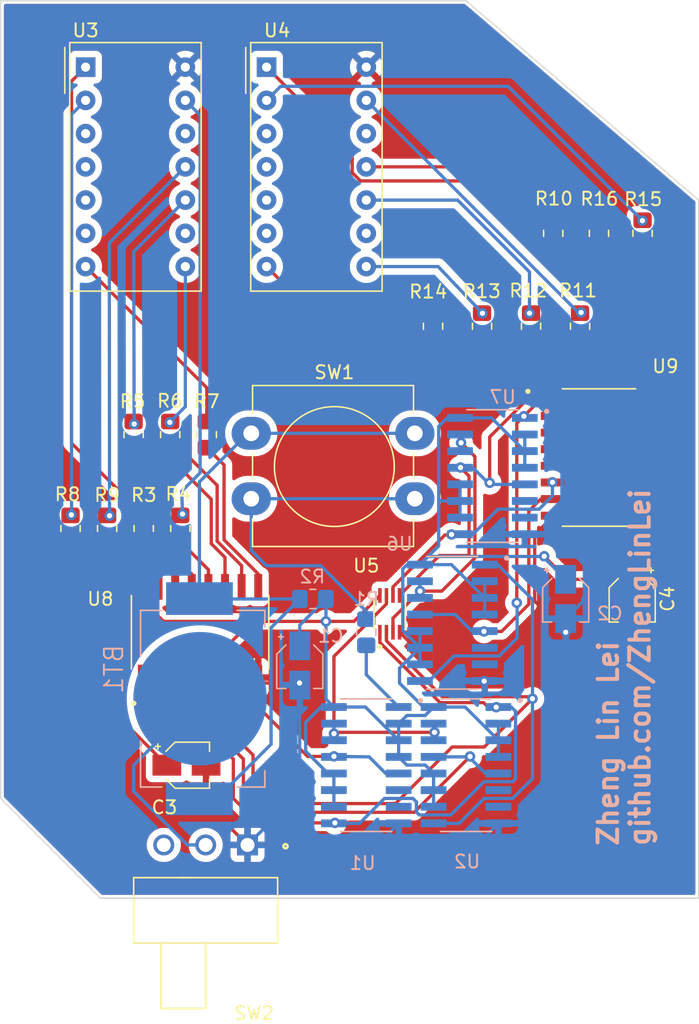
<source format=kicad_pcb>
(kicad_pcb (version 20221018) (generator pcbnew)
  (layers (0 "F.Cu" signal) (31 "B.Cu" signal) (34 "B.Paste" user) (35 "F.Paste" user) (36 "B.SilkS" user "B.Silkscreen") (37 "F.SilkS" user "F.Silkscreen") (38 "B.Mask" user) (39 "F.Mask" user) (44 "Edge.Cuts" user))
  (net 0 "")
  (net 1 "Net-(SW2-B)")
  (net 2 "+3.3V")
  (net 3 "GND")
  (net 4 "Net-(R1-Pad1)")
  (net 5 "/V_PUSH")
  (net 6 "/V_HIGH")
  (net 7 "Net-(U8-DRIVER_A)")
  (net 8 "Net-(U3-A)")
  (net 9 "Net-(U8-DRIVER_B)")
  (net 10 "Net-(U3-B)")
  (net 11 "Net-(U8-DRIVER_C)")
  (net 12 "Net-(U3-C)")
  (net 13 "Net-(U8-DRIVER_D)")
  (net 14 "Net-(U3-D)")
  (net 15 "Net-(U8-DRIVER_E)")
  (net 16 "Net-(U3-E)")
  (net 17 "Net-(U8-DRIVER_F)")
  (net 18 "Net-(U3-F)")
  (net 19 "Net-(U8-DRIVER_G)")
  (net 20 "Net-(U3-G)")
  (net 21 "Net-(U9-DRIVER_A)")
  (net 22 "Net-(U4-A)")
  (net 23 "Net-(U9-DRIVER_B)")
  (net 24 "Net-(U4-B)")
  (net 25 "Net-(U9-DRIVER_C)")
  (net 26 "Net-(U4-C)")
  (net 27 "Net-(U9-DRIVER_D)")
  (net 28 "Net-(U4-D)")
  (net 29 "Net-(U9-DRIVER_E)")
  (net 30 "Net-(U4-E)")
  (net 31 "Net-(U9-DRIVER_F)")
  (net 32 "Net-(U4-F)")
  (net 33 "Net-(U9-DRIVER_G)")
  (net 34 "Net-(U4-G)")
  (net 35 "/A")
  (net 38 "/B")
  (net 39 "/RESET_1")
  (net 40 "/C")
  (net 43 "/D")
  (net 56 "/RESET_2")
  (net 57 "/G")
  (net 58 "/H")
  (net 59 "/E")
  (net 62 "/F")
  (footprint "Resistor_SMD:R_0805_2012Metric_Pad1.20x1.40mm_HandSolder" (layer "F.Cu") (at 109.476662 94.12 90)
    (fp_text reference "R6")
    (fp_text value "3.3K")
  )
  (footprint "Capacitor_SMD:CP_Elec_3x5.3" (layer "F.Cu") (at 110.72 119.38)
    (fp_text reference "C3")
    (fp_text value "100n")
  )
  (footprint "Resistor_SMD:R_0805_2012Metric_Pad1.20x1.40mm_HandSolder" (layer "F.Cu") (at 101.859735 101.292315 90)
    (fp_text reference "R8")
    (fp_text value "3.3K")
  )
  (footprint "Resistor_SMD:R_0805_2012Metric_Pad1.20x1.40mm_HandSolder" (layer "F.Cu") (at 142.24 78.74 90)
    (fp_text reference "R16")
    (fp_text value "3.3K")
  )
  (footprint "BUTTON-SW-SLIDERIGHANGLE-1825116-1:SW_1825116-1" (layer "F.Cu") (at 115.385455 125.473931 180)
    (fp_text reference "SW2")
    (fp_text value "SW_SPDT")
  )
  (footprint "Resistor_SMD:R_0805_2012Metric_Pad1.20x1.40mm_HandSolder" (layer "F.Cu") (at 133.307174 85.838199 90)
    (fp_text reference "R13")
    (fp_text value "3.3K")
  )
  (footprint "Display_7Segment:MAN3410A" (layer "F.Cu") (at 103.0125 66.04)
    (fp_text reference "U3")
    (fp_text value "MAN3410A")
  )
  (footprint "Resistor_SMD:R_0805_2012Metric_Pad1.20x1.40mm_HandSolder" (layer "F.Cu") (at 107.453067 101.292315 90)
    (fp_text reference "R3")
    (fp_text value "3.3K")
  )
  (footprint "Resistor_SMD:R_0805_2012Metric_Pad1.20x1.40mm_HandSolder" (layer "F.Cu") (at 140.797572 85.838199 90)
    (fp_text reference "R11")
    (fp_text value "3.3K")
  )
  (footprint "Resistor_SMD:R_0805_2012Metric_Pad1.20x1.40mm_HandSolder" (layer "F.Cu") (at 137.052373 85.838199 90)
    (fp_text reference "R12")
    (fp_text value "3.3K")
  )
  (footprint "Resistor_SMD:R_0805_2012Metric_Pad1.20x1.40mm_HandSolder" (layer "F.Cu") (at 145.573731 78.74 90)
    (fp_text reference "R15")
    (fp_text value "3.3K")
  )
  (footprint "Display_7Segment:MAN3410A" (layer "F.Cu") (at 116.84 66.04)
    (fp_text reference "U4")
    (fp_text value "MAN3410A")
  )
  (footprint "Resistor_SMD:R_0805_2012Metric_Pad1.20x1.40mm_HandSolder" (layer "F.Cu") (at 129.561975 85.838199 90)
    (fp_text reference "R14")
    (fp_text value "3.3K")
  )
  (footprint "CD4511BNSR:SOP127P780X200-16N" (layer "F.Cu") (at 142.246137 95.870009)
    (fp_text reference "U9")
    (fp_text value "CD4511BNSR")
  )
  (footprint "Button_Switch_THT:SW_PUSH-12mm_Wuerth-430476085716" (layer "F.Cu") (at 115.67 94.02)
    (fp_text reference "SW1")
    (fp_text value "SW_Push")
  )
  (footprint "Resistor_SMD:R_0805_2012Metric_Pad1.20x1.40mm_HandSolder" (layer "F.Cu") (at 104.656401 101.292315 90)
    (fp_text reference "R9")
    (fp_text value "3.3K")
  )
  (footprint "Capacitor_SMD:CP_Elec_3x5.3" (layer "F.Cu") (at 144.78 106.68 -90)
    (fp_text reference "C4")
    (fp_text value "100n")
  )
  (footprint "SN74LVC2G00DCUT:SOP50P310X90-8N" (layer "F.Cu") (at 126.25 107.815 90)
    (fp_text reference "U5")
    (fp_text value "SN74LVC2G00DCUT")
  )
  (footprint "CD4511BNSR:SOP127P780X200-16N" (layer "F.Cu") (at 111.76 109.22 90)
    (fp_text reference "U8" hide)
    (fp_text value "CD4511BNSR")
  )
  (footprint "Resistor_SMD:R_0805_2012Metric_Pad1.20x1.40mm_HandSolder" (layer "F.Cu") (at 110.249733 101.292315 90)
    (fp_text reference "R4")
    (fp_text value "3.3K")
  )
  (footprint "Resistor_SMD:R_0805_2012Metric_Pad1.20x1.40mm_HandSolder" (layer "F.Cu") (at 106.679996 94.12 90)
    (fp_text reference "R5")
    (fp_text value "3.3K")
  )
  (footprint "Resistor_SMD:R_0805_2012Metric_Pad1.20x1.40mm_HandSolder" (layer "F.Cu") (at 112.273332 94.12 90)
    (fp_text reference "R7")
    (fp_text value "3.3K")
  )
  (footprint "Resistor_SMD:R_0805_2012Metric_Pad1.20x1.40mm_HandSolder" (layer "F.Cu") (at 138.747519 78.74 90)
    (fp_text reference "R10")
    (fp_text value "3.3K")
  )
  (footprint "Capacitor_SMD:CP_Elec_3x5.3" (layer "B.Cu") (at 119.38 111.76 -90)
    (fp_text reference "C1")
    (fp_text value "100n")
  )
  (footprint "SN74LVC112ADR:SOIC127P600X175-16N" (layer "B.Cu") (at 131.035994 108.500735 180)
    (fp_text reference "U6")
    (fp_text value "SN74LVC112ADR")
  )
  (footprint "Resistor_SMD:R_0805_2012Metric_Pad1.20x1.40mm_HandSolder" (layer "B.Cu") (at 120.38 106.68)
    (fp_text reference "R2")
    (fp_text value "10K")
  )
  (footprint "SN74LVC112ADR:SOIC127P600X175-16N" (layer "B.Cu") (at 134.099297 97.286896 180)
    (fp_text reference "U7")
    (fp_text value "SN74LVC112ADR")
  )
  (footprint "SN74LVC112ADR:SOIC127P600X175-16N" (layer "B.Cu") (at 124.46 119.38 180)
    (fp_text reference "U1")
    (fp_text value "SN74LVC112ADR")
  )
  (footprint "BAT-HLD-012-SMT:BAT_BAT-HLD-012-SMT" (layer "B.Cu") (at 111.76 114.3 -90)
    (fp_text reference "BT1")
    (fp_text value "BAT-HLD-012-SMT")
  )
  (footprint "Resistor_SMD:R_0805_2012Metric_Pad1.20x1.40mm_HandSolder" (layer "B.Cu") (at 124.46 109.22 -90)
    (fp_text reference "R1")
    (fp_text value "10K")
  )
  (footprint "Capacitor_SMD:CP_Elec_3x5.3" (layer "B.Cu") (at 139.7 106.68 -90)
    (fp_text reference "C2")
    (fp_text value "100n")
  )
  (footprint "SN74LVC112ADR:SOIC127P600X175-16N" (layer "B.Cu") (at 132.08 119.38 180)
    (fp_text reference "U2")
    (fp_text value "SN74LVC112ADR")
  )
  (gr_poly (pts (xy 96.52 60.96) (xy 132.08 60.96) (xy 149.86 76.2) (xy 149.86 129.54) (xy 104.14 129.54) (xy 96.52 121.92)) (stroke (width 0.1)) (fill none) (layer "Edge.Cuts"))
  (gr_text "Zheng Lin Lei\ngithub.com/ZhengLinLei" (at 146.243219 125.701194 90) (layer "B.SilkS") (effects (font (size 1.5 1.5) (thickness 0.3) bold) (justify left bottom)))
  (gr_text "U8" (at 104.14 106.68) (layer "F.SilkS") (effects (font (size 1 1))))
  (segment (start 112.185455 125.473931) (end 110.783931 125.473931) (width 0.25) (layer "B.Cu") (net 1))
  (segment (start 106.68 119.38) (end 111.76 114.3) (width 0.25) (layer "B.Cu") (net 1))
  (segment (start 110.783931 125.473931) (end 106.68 121.37) (width 0.25) (layer "B.Cu") (net 1))
  (segment (start 106.68 121.37) (end 106.68 119.38) (width 0.25) (layer "B.Cu") (net 1))
  (segment (start 115.67 94.02) (end 128.17 94.02) (width 0.25) (layer "B.Cu") (net 2))
  (segment (start 115.42 94.02) (end 111.71 97.73) (width 0.25) (layer "B.Cu") (net 2))
  (segment (start 117.185 108.875) (end 119.38 106.68) (width 0.25) (layer "B.Cu") (net 2))
  (segment (start 111.74 106.68) (end 111.71 106.65) (width 0.25) (layer "B.Cu") (net 2))
  (segment (start 111.71 97.73) (end 111.71 106.65) (width 0.25) (layer "B.Cu") (net 2))
  (segment (start 115.67 94.02) (end 115.42 94.02) (width 0.25) (layer "B.Cu") (net 2))
  (segment (start 113.01 121.95) (end 117.185 117.775) (width 0.25) (layer "B.Cu") (net 2))
  (segment (start 117.185 117.775) (end 117.185 108.875) (width 0.25) (layer "B.Cu") (net 2))
  (segment (start 119.38 106.68) (end 111.74 106.68) (width 0.25) (layer "B.Cu") (net 2))
  (segment (start 111.71 121.95) (end 113.01 121.95) (width 0.25) (layer "B.Cu") (net 2))
  (segment (start 133.470885 112.955752) (end 133.470885 112.940827) (width 0.25) (layer "F.Cu") (net 3))
  (segment (start 133.48581 112.955752) (end 133.470885 112.955752) (width 0.25) (layer "F.Cu") (net 3))
  (segment (start 115.023931 125.473931) (end 115.385455 125.473931) (width 0.25) (layer "F.Cu") (net 3))
  (segment (start 130.735752 112.955752) (end 127 109.22) (width 0.25) (layer "F.Cu") (net 3))
  (segment (start 116.622107 113.102107) (end 116.205 112.685) (width 0.25) (layer "F.Cu") (net 3))
  (segment (start 112.22 122.308476) (end 115.385455 125.473931) (width 0.25) (layer "F.Cu") (net 3))
  (segment (start 133.486647 112.956589) (end 133.48581 112.955752) (width 0.25) (layer "F.Cu") (net 3))
  (segment (start 137.332709 101.763437) (end 137.332709 106.852709) (width 0.25) (layer "F.Cu") (net 3))
  (segment (start 138.781137 100.315009) (end 137.332709 101.763437) (width 0.25) (layer "F.Cu") (net 3))
  (segment (start 144.78 108.18) (end 140.74 108.18) (width 0.25) (layer "F.Cu") (net 3))
  (segment (start 119.35983 113.102107) (end 116.622107 113.102107) (width 0.25) (layer "F.Cu") (net 3))
  (segment (start 139.7 109.22) (end 135.964248 112.955752) (width 0.25) (layer "F.Cu") (net 3))
  (segment (start 137.332709 106.852709) (end 139.7 109.22) (width 0.25) (layer "F.Cu") (net 3))
  (segment (start 140.74 108.18) (end 139.7 109.22) (width 0.25) (layer "F.Cu") (net 3))
  (segment (start 133.470885 112.955752) (end 130.735752 112.955752) (width 0.25) (layer "F.Cu") (net 3))
  (segment (start 135.964248 112.955752) (end 133.470885 112.955752) (width 0.25) (layer "F.Cu") (net 3))
  (segment (start 112.22 119.38) (end 112.22 122.308476) (width 0.25) (layer "F.Cu") (net 3))
  (via (at 119.35983 113.102107) (size 0.8) (drill 0.4) (layers "F.Cu" "B.Cu") (net 3))
  (via (at 133.470885 112.955752) (size 0.8) (drill 0.4) (layers "F.Cu" "B.Cu") (net 3))
  (via (at 139.7 109.22) (size 0.8) (drill 0.4) (layers "F.Cu" "B.Cu") (net 3))
  (segment (start 119.38 121.479386) (end 119.35983 113.102107) (width 0.25) (layer "B.Cu") (net 3))
  (segment (start 115.385455 125.473931) (end 119.38 121.479386) (width 0.25) (layer "B.Cu") (net 3))
  (segment (start 126.935 123.825) (end 125.286069 125.473931) (width 0.25) (layer "B.Cu") (net 3))
  (segment (start 134.555 123.825) (end 132.906069 125.473931) (width 0.25) (layer "B.Cu") (net 3))
  (segment (start 136.010276 125.473931) (end 132.906069 125.473931) (width 0.25) (layer "B.Cu") (net 3))
  (segment (start 136.05267 125.473931) (end 136.022634 125.473931) (width 0.25) (layer "B.Cu") (net 3))
  (segment (start 139.7 108.18) (end 139.7 109.22) (width 0.25) (layer "B.Cu") (net 3))
  (segment (start 138.801896 101.731896) (end 142.24 105.17) (width 0.25) (layer "B.Cu") (net 3))
  (segment (start 139.411683 93.691683) (end 134.62 88.9) (width 0.25) (layer "B.Cu") (net 3))
  (segment (start 114.3 63.5) (end 113.1725 63.5) (width 0.25) (layer "B.Cu") (net 3))
  (segment (start 142.24 105.64) (end 139.7 108.18) (width 0.25) (layer "B.Cu") (net 3))
  (segment (start 114.3 63.5) (end 121.92 63.5) (width 0.25) (layer "B.Cu") (net 3))
  (segment (start 114.3 86.36) (end 114.3 63.5) (width 0.25) (layer "B.Cu") (net 3))
  (segment (start 113.1725 63.5) (end 110.6325 66.04) (width 0.25) (layer "B.Cu") (net 3))
  (segment (start 132.906069 125.473931) (end 125.286069 125.473931) (width 0.25) (layer "B.Cu") (net 3))
  (segment (start 121.92 63.5) (end 124.46 66.04) (width 0.25) (layer "B.Cu") (net 3))
  (segment (start 142.24 105.17) (end 142.24 105.64) (width 0.25) (layer "B.Cu") (net 3))
  (segment (start 116.84 88.9) (end 114.3 86.36) (width 0.25) (layer "B.Cu") (net 3))
  (segment (start 136.574297 101.731896) (end 138.801896 101.731896) (width 0.25) (layer "B.Cu") (net 3))
  (segment (start 136.016455 125.467752) (end 136.010276 125.473931) (width 0.25) (layer "B.Cu") (net 3))
  (segment (start 134.62 88.9) (end 116.84 88.9) (width 0.25) (layer "B.Cu") (net 3))
  (segment (start 136.058041 125.479302) (end 136.05267 125.473931) (width 0.25) (layer "B.Cu") (net 3))
  (segment (start 125.286069 125.473931) (end 115.385455 125.473931) (width 0.25) (layer "B.Cu") (net 3))
  (segment (start 119.35983 113.102107) (end 119.38 113.26) (width 0.25) (layer "B.Cu") (net 3))
  (segment (start 139.7 109.22) (end 139.7 121.837343) (width 0.25) (layer "B.Cu") (net 3))
  (segment (start 139.7 121.837343) (end 136.058041 125.479302) (width 0.25) (layer "B.Cu") (net 3))
  (segment (start 136.022634 125.473931) (end 136.016455 125.467752) (width 0.25) (layer "B.Cu") (net 3))
  (segment (start 138.801896 101.731896) (end 139.411683 101.122109) (width 0.25) (layer "B.Cu") (net 3))
  (segment (start 139.411683 101.122109) (end 139.411683 93.691683) (width 0.25) (layer "B.Cu") (net 3))
  (segment (start 120.98 104.14) (end 124.46 107.62) (width 0.25) (layer "B.Cu") (net 4))
  (segment (start 115.67 99.02) (end 115.67 102.97) (width 0.25) (layer "B.Cu") (net 4))
  (segment (start 124.46 107.62) (end 124.46 108.22) (width 0.25) (layer "B.Cu") (net 4))
  (segment (start 115.67 99.02) (end 128.17 99.02) (width 0.25) (layer "B.Cu") (net 4))
  (segment (start 116.84 104.14) (end 120.98 104.14) (width 0.25) (layer "B.Cu") (net 4))
  (segment (start 115.67 102.97) (end 116.84 104.14) (width 0.25) (layer "B.Cu") (net 4))
  (segment (start 124.46 110.22) (end 124.46 111.76) (width 0.25) (layer "B.Cu") (net 5))
  (segment (start 124.46 111.76) (end 124.46 112.46) (width 0.25) (layer "B.Cu") (net 5))
  (segment (start 124.46 112.46) (end 126.935 114.935) (width 0.25) (layer "B.Cu") (net 5))
  (segment (start 146.696136 91.425009) (end 147.32 92.048873) (width 0.25) (layer "F.Cu") (net 6))
  (segment (start 147.32 92.048873) (end 147.32 102.64) (width 0.25) (layer "F.Cu") (net 6))
  (segment (start 107.315 106.739999) (end 107.315 105.755) (width 0.25) (layer "F.Cu") (net 6))
  (segment (start 139.821199 105.18) (end 138.057709 103.41651) (width 0.25) (layer "F.Cu") (net 6))
  (segment (start 115.703442 108.391559) (end 108.96656 108.391559) (width 0.25) (layer "F.Cu") (net 6))
  (segment (start 121.3758 108.391559) (end 123.518441 108.391559) (width 0.25) (layer "F.Cu") (net 6))
  (segment (start 123.518441 108.391559) (end 125.5 106.41) (width 0.25) (layer "F.Cu") (net 6))
  (segment (start 104.14 108.93) (end 107.315 105.755) (width 0.25) (layer "F.Cu") (net 6))
  (segment (start 144.78 101.518873) (end 139.766136 96.505009) (width 0.25) (layer "F.Cu") (net 6))
  (segment (start 109.22 119.38) (end 104.14 114.3) (width 0.25) (layer "F.Cu") (net 6))
  (segment (start 147.32 102.64) (end 144.78 105.18) (width 0.25) (layer "F.Cu") (net 6))
  (segment (start 139.766136 96.505009) (end 138.781137 96.505009) (width 0.25) (layer "F.Cu") (net 6))
  (segment (start 112.395 111.700001) (end 112.395 112.685) (width 0.25) (layer "F.Cu") (net 6))
  (segment (start 144.78 105.18) (end 139.821199 105.18) (width 0.25) (layer "F.Cu") (net 6))
  (segment (start 121.3758 108.391559) (end 121.3758 108.7842) (width 0.25) (layer "F.Cu") (net 6))
  (segment (start 121.3758 108.391559) (end 115.703442 108.391559) (width 0.25) (layer "F.Cu") (net 6))
  (segment (start 144.78 105.18) (end 144.78 101.518873) (width 0.25) (layer "F.Cu") (net 6))
  (segment (start 108.96656 108.391559) (end 107.315 106.739999) (width 0.25) (layer "F.Cu") (net 6))
  (segment (start 115.703442 108.391559) (end 112.395 111.700001) (width 0.25) (layer "F.Cu") (net 6))
  (segment (start 104.14 114.3) (end 104.14 108.93) (width 0.25) (layer "F.Cu") (net 6))
  (segment (start 145.711137 91.425009) (end 146.696136 91.425009) (width 0.25) (layer "F.Cu") (net 6))
  (via (at 138.057709 103.41651) (size 0.8) (drill 0.4) (layers "F.Cu" "B.Cu") (net 6))
  (via (at 121.3758 108.391559) (size 0.8) (drill 0.4) (layers "F.Cu" "B.Cu") (net 6))
  (segment (start 136.574297 94.111896) (end 136.574297 95.381896) (width 0.25) (layer "B.Cu") (net 6))
  (segment (start 126.935 117.475) (end 126.935 118.745) (width 0.25) (layer "B.Cu") (net 6))
  (segment (start 128.96 115.58) (end 127.56 115.58) (width 0.25) (layer "B.Cu") (net 6))
  (segment (start 119.38 108.68) (end 119.38 110.26) (width 0.25) (layer "B.Cu") (net 6))
  (segment (start 121.985 120.015) (end 121.985 121.285) (width 0.25) (layer "B.Cu") (net 6))
  (segment (start 121.38 114.33) (end 121.985 114.935) (width 0.25) (layer "B.Cu") (net 6))
  (segment (start 130.970994 104.055735) (end 128.560994 104.055735) (width 0.25) (layer "B.Cu") (net 6))
  (segment (start 129.605 120.015) (end 129.605 121.285) (width 0.25) (layer "B.Cu") (net 6))
  (segment (start 121.53382 120.015) (end 121.985 120.015) (width 0.25) (layer "B.Cu") (net 6))
  (segment (start 129.605 114.935) (end 128.829079 114.935) (width 0.25) (layer "B.Cu") (net 6))
  (segment (start 136.574297 95.381896) (end 134.034297 92.841896) (width 0.25) (layer "B.Cu") (net 6))
  (segment (start 121.38 108.387359) (end 121.3758 108.391559) (width 0.25) (layer "B.Cu") (net 6))
  (segment (start 128.829079 114.935) (end 127 113.105921) (width 0.25) (layer "B.Cu") (net 6))
  (segment (start 129.995 99.06) (end 129.995 102.621729) (width 0.25) (layer "B.Cu") (net 6))
  (segment (start 128.560994 109.135735) (end 128.560994 110.405735) (width 0.25) (layer "B.Cu") (net 6))
  (segment (start 131.624297 99.191896) (end 131.624297 100.461896) (width 0.25) (layer "B.Cu") (net 6))
  (segment (start 134.555 116.84) (end 134.555 116.205) (width 0.25) (layer "B.Cu") (net 6))
  (segment (start 127 111.966729) (end 128.560994 110.405735) (width 0.25) (layer "B.Cu") (net 6))
  (segment (start 127.575995 104.055735) (end 128.560994 104.055735) (width 0.25) (layer "B.Cu") (net 6))
  (segment (start 138.057709 103.537709) (end 138.057709 103.41651) (width 0.25) (layer "B.Cu") (net 6))
  (segment (start 130.126896 99.191896) (end 129.995 99.06) (width 0.25) (layer "B.Cu") (net 6))
  (segment (start 134.555 118.745) (end 134.555 117.475) (width 0.25) (layer "B.Cu") (net 6))
  (segment (start 129.605 120.015) (end 128.96 119.37) (width 0.25) (layer "B.Cu") (net 6))
  (segment (start 133.510994 106.595735) (end 133.510994 107.865735) (width 0.25) (layer "B.Cu") (net 6))
  (segment (start 121.38 106.68) (end 121.38 108.387359) (width 0.25) (layer "B.Cu") (net 6))
  (segment (start 137.950735 103.430735) (end 129.185994 103.430735) (width 0.25) (layer "B.Cu") (net 6))
  (segment (start 126.935 116.205) (end 126.935 117.475) (width 0.25) (layer "B.Cu") (net 6))
  (segment (start 128.560994 110.405735) (end 128.560994 111.675735) (width 0.25) (layer "B.Cu") (net 6))
  (segment (start 131.624297 92.841896) (end 130.639298 92.841896) (width 0.25) (layer "B.Cu") (net 6))
  (segment (start 133.510994 106.595735) (end 130.970994 104.055735) (width 0.25) (layer "B.Cu") (net 6))
  (segment (start 121.38 108.395759) (end 121.38 114.33) (width 0.25) (layer "B.Cu") (net 6))
  (segment (start 128.560994 110.405735) (end 127.250994 109.095735) (width 0.25) (layer "B.Cu") (net 6))
  (segment (start 137.93651 103.41651) (end 137.950735 103.430735) (width 0.25) (layer "B.Cu") (net 6))
  (segment (start 134.555 117.475) (end 132.015 114.935) (width 0.25) (layer "B.Cu") (net 6))
  (segment (start 129.995 93.486194) (end 129.995 99.06) (width 0.25) (layer "B.Cu") (net 6))
  (segment (start 129.995 102.621729) (end 129.185994 103.430735) (width 0.25) (layer "B.Cu") (net 6))
  (segment (start 139.7 105.18) (end 138.057709 103.537709) (width 0.25) (layer "B.Cu") (net 6))
  (segment (start 121.000001 114.935) (end 119.83 116.105001) (width 0.25) (layer "B.Cu") (net 6))
  (segment (start 127 113.105921) (end 127 111.966729) (width 0.25) (layer "B.Cu") (net 6))
  (segment (start 128.96 119.37) (end 127.56 119.37) (width 0.25) (layer "B.Cu") (net 6))
  (segment (start 138.057709 103.41651) (end 137.93651 103.41651) (width 0.25) (layer "B.Cu") (net 6))
  (segment (start 136.574297 95.381896) (end 136.574297 96.651896) (width 0.25) (layer "B.Cu") (net 6))
  (segment (start 124.395 114.935) (end 126.935 117.475) (width 0.25) (layer "B.Cu") (net 6))
  (segment (start 127.56 115.58) (end 126.935 116.205) (width 0.25) (layer "B.Cu") (net 6))
  (segment (start 121.985 121.285) (end 121.985 122.555) (width 0.25) (layer "B.Cu") (net 6))
  (segment (start 119.83 118.31118) (end 121.53382 120.015) (width 0.25) (layer "B.Cu") (net 6))
  (segment (start 131.624297 97.921896) (end 131.624297 99.191896) (width 0.25) (layer "B.Cu") (net 6))
  (segment (start 121.985 114.935) (end 121.000001 114.935) (width 0.25) (layer "B.Cu") (net 6))
  (segment (start 134.555 117.475) (end 134.555 116.84) (width 0.25) (layer "B.Cu") (net 6))
  (segment (start 127.250994 109.095735) (end 127.250994 104.380736) (width 0.25) (layer "B.Cu") (net 6))
  (segment (start 129.605 114.935) (end 128.96 115.58) (width 0.25) (layer "B.Cu") (net 6))
  (segment (start 133.510994 105.325735) (end 133.510994 106.595735) (width 0.25) (layer "B.Cu") (net 6))
  (segment (start 127.56 119.37) (end 126.935 118.745) (width 0.25) (layer "B.Cu") (net 6))
  (segment (start 119.83 116.105001) (end 119.83 118.31118) (width 0.25) (layer "B.Cu") (net 6))
  (segment (start 121.38 106.68) (end 119.38 108.68) (width 0.25) (layer "B.Cu") (net 6))
  (segment (start 121.3758 108.391559) (end 121.38 108.395759) (width 0.25) (layer "B.Cu") (net 6))
  (segment (start 132.015 114.935) (end 129.605 114.935) (width 0.25) (layer "B.Cu") (net 6))
  (segment (start 131.624297 99.191896) (end 130.126896 99.191896) (width 0.25) (layer "B.Cu") (net 6))
  (segment (start 130.639298 92.841896) (end 129.995 93.486194) (width 0.25) (layer "B.Cu") (net 6))
  (segment (start 127.250994 104.380736) (end 127.575995 104.055735) (width 0.25) (layer "B.Cu") (net 6))
  (segment (start 129.185994 103.430735) (end 128.560994 104.055735) (width 0.25) (layer "B.Cu") (net 6))
  (segment (start 121.985 114.935) (end 124.395 114.935) (width 0.25) (layer "B.Cu") (net 6))
  (segment (start 134.034297 92.841896) (end 131.624297 92.841896) (width 0.25) (layer "B.Cu") (net 6))
  (segment (start 129.605 121.285) (end 129.605 122.555) (width 0.25) (layer "B.Cu") (net 6))
  (segment (start 108.629633 102.292315) (end 107.453067 102.292315) (width 0.25) (layer "F.Cu") (net 7))
  (segment (start 111.107319 104.770001) (end 108.629633 102.292315) (width 0.25) (layer "F.Cu") (net 7))
  (segment (start 111.125 104.770001) (end 111.107319 104.770001) (width 0.25) (layer "F.Cu") (net 7))
  (segment (start 111.125 105.755) (end 111.125 104.770001) (width 0.25) (layer "F.Cu") (net 7))
  (segment (start 101.9375 94.776748) (end 107.453067 100.292315) (width 0.25) (layer "F.Cu") (net 8))
  (segment (start 103.0125 66.04) (end 101.9375 67.115) (width 0.25) (layer "F.Cu") (net 8))
  (segment (start 101.9375 67.115) (end 101.9375 94.776748) (width 0.25) (layer "F.Cu") (net 8))
  (segment (start 112.395 104.437582) (end 110.249733 102.292315) (width 0.25) (layer "F.Cu") (net 9))
  (segment (start 112.395 105.755) (end 112.395 104.437582) (width 0.25) (layer "F.Cu") (net 9))
  (via (at 110.418834 100.185684) (size 0.8) (drill 0.4) (layers "F.Cu" "B.Cu") (net 10))
  (segment (start 111.76 69.7075) (end 111.76 97.043604) (width 0.25) (layer "B.Cu") (net 10))
  (segment (start 110.6325 68.58) (end 111.76 69.7075) (width 0.25) (layer "B.Cu") (net 10))
  (segment (start 110.356142 98.447462) (end 110.418834 100.185684) (width 0.25) (layer "B.Cu") (net 10))
  (segment (start 111.76 97.043604) (end 110.356142 98.447462) (width 0.25) (layer "B.Cu") (net 10))
  (segment (start 110.418834 100.185684) (end 110.356142 100.189047) (width 0.25) (layer "B.Cu") (net 10))
  (segment (start 113.665 103.502793) (end 112.612848 102.450641) (width 0.25) (layer "F.Cu") (net 11))
  (segment (start 110.054077 96.501229) (end 108.061225 96.501229) (width 0.25) (layer "F.Cu") (net 11))
  (segment (start 112.612848 99.06) (end 110.054077 96.501229) (width 0.25) (layer "F.Cu") (net 11))
  (segment (start 113.665 105.755) (end 113.665 103.502793) (width 0.25) (layer "F.Cu") (net 11))
  (segment (start 108.061225 96.501229) (end 106.679996 95.12) (width 0.25) (layer "F.Cu") (net 11))
  (segment (start 112.612848 102.450641) (end 112.612848 99.06) (width 0.25) (layer "F.Cu") (net 11))
  (via (at 106.721799 93.310497) (size 0.8) (drill 0.4) (layers "F.Cu" "B.Cu") (net 12))
  (segment (start 106.689047 80.143453) (end 106.721799 93.310497) (width 0.25) (layer "B.Cu") (net 12))
  (segment (start 110.6325 76.2) (end 106.689047 80.143453) (width 0.25) (layer "B.Cu") (net 12))
  (segment (start 106.721799 93.310497) (end 106.689047 93.200809) (width 0.25) (layer "B.Cu") (net 12))
  (segment (start 110.187152 95.12) (end 109.476662 95.12) (width 0.25) (layer "F.Cu") (net 13))
  (segment (start 113.062848 102.264245) (end 113.062848 97.995696) (width 0.25) (layer "F.Cu") (net 13))
  (segment (start 114.935 104.136397) (end 113.062848 102.264245) (width 0.25) (layer "F.Cu") (net 13))
  (segment (start 114.935 105.755) (end 114.935 104.136397) (width 0.25) (layer "F.Cu") (net 13))
  (segment (start 113.062848 97.995696) (end 110.187152 95.12) (width 0.25) (layer "F.Cu") (net 13))
  (via (at 109.44593 93.180776) (size 0.8) (drill 0.4) (layers "F.Cu" "B.Cu") (net 14))
  (segment (start 109.44593 93.180776) (end 109.434412 93.180776) (width 0.25) (layer "B.Cu") (net 14))
  (segment (start 110.6325 81.28) (end 110.6325 91.982688) (width 0.25) (layer "B.Cu") (net 14))
  (segment (start 109.44593 93.169258) (end 109.44593 93.180776) (width 0.25) (layer "B.Cu") (net 14))
  (segment (start 110.6325 91.982688) (end 109.44593 93.169258) (width 0.25) (layer "B.Cu") (net 14))
  (segment (start 109.434412 93.180776) (end 109.517366 93.097822) (width 0.25) (layer "B.Cu") (net 14))
  (segment (start 113.590307 102.155308) (end 113.590307 96.436975) (width 0.25) (layer "F.Cu") (net 15))
  (segment (start 116.205 104.770001) (end 113.590307 102.155308) (width 0.25) (layer "F.Cu") (net 15))
  (segment (start 116.205 105.755) (end 116.205 104.770001) (width 0.25) (layer "F.Cu") (net 15))
  (segment (start 113.590307 96.436975) (end 112.273332 95.12) (width 0.25) (layer "F.Cu") (net 15))
  (segment (start 112.273332 93.12) (end 112.273332 90.540832) (width 0.25) (layer "F.Cu") (net 16))
  (segment (start 112.273332 90.540832) (end 103.0125 81.28) (width 0.25) (layer "F.Cu") (net 16))
  (segment (start 107.954999 104.14) (end 103.70742 104.14) (width 0.25) (layer "F.Cu") (net 17))
  (segment (start 108.585 104.770001) (end 107.954999 104.14) (width 0.25) (layer "F.Cu") (net 17))
  (segment (start 103.70742 104.14) (end 101.859735 102.292315) (width 0.25) (layer "F.Cu") (net 17))
  (segment (start 108.585 105.755) (end 108.585 104.770001) (width 0.25) (layer "F.Cu") (net 17))
  (via (at 101.92214 100.250545) (size 0.8) (drill 0.4) (layers "F.Cu" "B.Cu") (net 18))
  (segment (start 101.92214 100.250545) (end 101.883541 100.250545) (width 0.25) (layer "B.Cu") (net 18))
  (segment (start 101.883541 100.250545) (end 101.869585 100.264501) (width 0.25) (layer "B.Cu") (net 18))
  (segment (start 101.9375 69.655) (end 101.9375 100.196586) (width 0.25) (layer "B.Cu") (net 18))
  (segment (start 103.0125 68.58) (end 101.9375 69.655) (width 0.25) (layer "B.Cu") (net 18))
  (segment (start 101.92214 100.211946) (end 101.92214 100.250545) (width 0.25) (layer "B.Cu") (net 18))
  (segment (start 101.9375 100.196586) (end 101.92214 100.211946) (width 0.25) (layer "B.Cu") (net 18))
  (segment (start 108.302314 103.217315) (end 106.757967 103.217315) (width 0.25) (layer "F.Cu") (net 19))
  (segment (start 106.757967 103.217315) (end 105.832967 102.292315) (width 0.25) (layer "F.Cu") (net 19))
  (segment (start 105.832967 102.292315) (end 104.656401 102.292315) (width 0.25) (layer "F.Cu") (net 19))
  (segment (start 109.855 104.770001) (end 108.302314 103.217315) (width 0.25) (layer "F.Cu") (net 19))
  (segment (start 109.855 105.755) (end 109.855 104.770001) (width 0.25) (layer "F.Cu") (net 19))
  (via (at 104.840852 100.315405) (size 0.8) (drill 0.4) (layers "F.Cu" "B.Cu") (net 20))
  (segment (start 104.840852 100.315405) (end 104.820904 100.258237) (width 0.25) (layer "B.Cu") (net 20))
  (segment (start 104.820904 79.471596) (end 104.840852 100.315405) (width 0.25) (layer "B.Cu") (net 20))
  (segment (start 110.6325 73.66) (end 104.820904 79.471596) (width 0.25) (layer "B.Cu") (net 20))
  (segment (start 144.726138 95.235009) (end 142.768923 93.277794) (width 0.25) (layer "F.Cu") (net 21))
  (segment (start 142.768923 82.973217) (end 139.535706 79.74) (width 0.25) (layer "F.Cu") (net 21))
  (segment (start 139.535706 79.74) (end 138.747519 79.74) (width 0.25) (layer "F.Cu") (net 21))
  (segment (start 145.711137 95.235009) (end 144.726138 95.235009) (width 0.25) (layer "F.Cu") (net 21))
  (segment (start 142.768923 93.277794) (end 142.768923 82.973217) (width 0.25) (layer "F.Cu") (net 21))
  (segment (start 135.742519 74.735) (end 124.01472 74.735) (width 0.25) (layer "F.Cu") (net 22))
  (segment (start 138.747519 77.74) (end 135.742519 74.735) (width 0.25) (layer "F.Cu") (net 22))
  (segment (start 123.385 72.585) (end 116.84 66.04) (width 0.25) (layer "F.Cu") (net 22))
  (segment (start 124.01472 74.735) (end 123.385 74.10528) (width 0.25) (layer "F.Cu") (net 22))
  (segment (start 123.385 74.10528) (end 123.385 72.585) (width 0.25) (layer "F.Cu") (net 22))
  (segment (start 145.711137 96.505009) (end 144.726138 96.505009) (width 0.25) (layer "F.Cu") (net 23))
  (segment (start 142.133901 93.912772) (end 142.133901 88.174528) (width 0.25) (layer "F.Cu") (net 23))
  (segment (start 142.133901 88.174528) (end 140.797572 86.838199) (width 0.25) (layer "F.Cu") (net 23))
  (segment (start 144.726138 96.505009) (end 142.133901 93.912772) (width 0.25) (layer "F.Cu") (net 23))
  (via (at 140.878334 84.787718) (size 0.8) (drill 0.4) (layers "F.Cu" "B.Cu") (net 24))
  (segment (start 124.46 68.58) (end 140.785471 84.905471) (width 0.25) (layer "B.Cu") (net 24))
  (segment (start 140.785471 84.905471) (end 140.878334 84.787718) (width 0.25) (layer "B.Cu") (net 24))
  (segment (start 140.878334 84.787718) (end 140.819457 84.905471) (width 0.25) (layer "B.Cu") (net 24))
  (segment (start 145.711137 97.775009) (end 144.726138 97.775009) (width 0.25) (layer "F.Cu") (net 25))
  (segment (start 144.726138 97.775009) (end 141.498879 94.54775) (width 0.25) (layer "F.Cu") (net 25))
  (segment (start 141.498879 94.54775) (end 141.498879 89.164679) (width 0.25) (layer "F.Cu") (net 25))
  (segment (start 139.172399 86.838199) (end 137.052373 86.838199) (width 0.25) (layer "F.Cu") (net 25))
  (segment (start 141.498879 89.164679) (end 139.172399 86.838199) (width 0.25) (layer "F.Cu") (net 25))
  (via (at 136.933587 84.846594) (size 0.8) (drill 0.4) (layers "F.Cu" "B.Cu") (net 26))
  (segment (start 136.127382 80.883778) (end 136.933587 81.689983) (width 0.25) (layer "B.Cu") (net 26))
  (segment (start 136.933587 81.689983) (end 136.933587 84.846594) (width 0.25) (layer "B.Cu") (net 26))
  (segment (start 131.443604 76.2) (end 136.127382 80.883778) (width 0.25) (layer "B.Cu") (net 26))
  (segment (start 124.46 76.2) (end 131.443604 76.2) (width 0.25) (layer "B.Cu") (net 26))
  (segment (start 135.519091 88.106309) (end 134.250981 86.838199) (width 0.25) (layer "F.Cu") (net 27))
  (segment (start 141.048879 89.429271) (end 139.725917 88.106309) (width 0.25) (layer "F.Cu") (net 27))
  (segment (start 144.726138 99.045009) (end 141.048879 95.36775) (width 0.25) (layer "F.Cu") (net 27))
  (segment (start 134.250981 86.838199) (end 133.307174 86.838199) (width 0.25) (layer "F.Cu") (net 27))
  (segment (start 139.725917 88.106309) (end 135.519091 88.106309) (width 0.25) (layer "F.Cu") (net 27))
  (segment (start 145.711137 99.045009) (end 144.726138 99.045009) (width 0.25) (layer "F.Cu") (net 27))
  (segment (start 141.048879 95.36775) (end 141.048879 89.429271) (width 0.25) (layer "F.Cu") (net 27))
  (via (at 133.342102 84.846594) (size 0.8) (drill 0.4) (layers "F.Cu" "B.Cu") (net 28))
  (segment (start 124.46 81.28) (end 129.952138 81.28) (width 0.25) (layer "B.Cu") (net 28))
  (segment (start 133.342102 84.846594) (end 133.342102 84.669964) (width 0.25) (layer "B.Cu") (net 28))
  (segment (start 129.952138 81.28) (end 133.342102 84.846594) (width 0.25) (layer "B.Cu") (net 28))
  (segment (start 144.726138 100.315009) (end 140.546347 96.135218) (width 0.25) (layer "F.Cu") (net 29))
  (segment (start 140.546347 90.805152) (end 138.297504 88.556309) (width 0.25) (layer "F.Cu") (net 29))
  (segment (start 138.297504 88.556309) (end 131.280085 88.556309) (width 0.25) (layer "F.Cu") (net 29))
  (segment (start 131.280085 88.556309) (end 129.561975 86.838199) (width 0.25) (layer "F.Cu") (net 29))
  (segment (start 145.711137 100.315009) (end 144.726138 100.315009) (width 0.25) (layer "F.Cu") (net 29))
  (segment (start 140.546347 96.135218) (end 140.546347 90.805152) (width 0.25) (layer "F.Cu") (net 29))
  (segment (start 129.561975 84.838199) (end 120.398199 84.838199) (width 0.25) (layer "F.Cu") (net 30))
  (segment (start 120.398199 84.838199) (end 116.84 81.28) (width 0.25) (layer "F.Cu") (net 30))
  (segment (start 145.711137 92.695009) (end 144.726138 92.695009) (width 0.25) (layer "F.Cu") (net 31))
  (segment (start 144.726138 92.695009) (end 144.401137 92.370008) (width 0.25) (layer "F.Cu") (net 31))
  (segment (start 144.401137 80.912594) (end 145.573731 79.74) (width 0.25) (layer "F.Cu") (net 31))
  (segment (start 144.401137 92.370008) (end 144.401137 80.912594) (width 0.25) (layer "F.Cu") (net 31))
  (via (at 145.562893 77.771115) (size 0.8) (drill 0.4) (layers "F.Cu" "B.Cu") (net 32))
  (segment (start 117.915 67.505) (end 116.84 68.58) (width 0.25) (layer "B.Cu") (net 32))
  (segment (start 135.296778 67.505) (end 117.915 67.505) (width 0.25) (layer "B.Cu") (net 32))
  (segment (start 145.562893 77.771115) (end 135.296778 67.505) (width 0.25) (layer "B.Cu") (net 32))
  (segment (start 143.668537 80.909396) (end 142.499141 79.74) (width 0.25) (layer "F.Cu") (net 33))
  (segment (start 145.711137 93.965009) (end 144.726138 93.965009) (width 0.25) (layer "F.Cu") (net 33))
  (segment (start 142.499141 79.74) (end 142.24 79.74) (width 0.25) (layer "F.Cu") (net 33))
  (segment (start 143.668537 92.907408) (end 143.668537 80.909396) (width 0.25) (layer "F.Cu") (net 33))
  (segment (start 144.726138 93.965009) (end 143.668537 92.907408) (width 0.25) (layer "F.Cu") (net 33))
  (segment (start 138.16 73.66) (end 124.46 73.66) (width 0.25) (layer "F.Cu") (net 34))
  (segment (start 142.24 77.74) (end 138.16 73.66) (width 0.25) (layer "F.Cu") (net 34))
  (segment (start 121.989412 118.706307) (end 119.971308 118.706307) (width 0.25) (layer "F.Cu") (net 35))
  (segment (start 119.971308 118.706307) (end 114.935 113.669999) (width 0.25) (layer "F.Cu") (net 35))
  (segment (start 114.935 113.669999) (end 114.935 112.685) (width 0.25) (layer "F.Cu") (net 35))
  (via (at 121.989412 118.706307) (size 0.8) (drill 0.4) (layers "F.Cu" "B.Cu") (net 35))
  (segment (start 126.817466 120.015) (end 126.797484 120.034982) (width 0.25) (layer "B.Cu") (net 35))
  (segment (start 124.680001 118.745) (end 121.989412 118.706307) (width 0.25) (layer "B.Cu") (net 35))
  (segment (start 126.797484 120.034982) (end 126.777502 120.015) (width 0.25) (layer "B.Cu") (net 35))
  (segment (start 121.989412 118.706307) (end 121.985 118.745) (width 0.25) (layer "B.Cu") (net 35))
  (segment (start 126.935 120.015) (end 126.817466 120.015) (width 0.25) (layer "B.Cu") (net 35))
  (segment (start 125.950001 120.015) (end 124.680001 118.745) (width 0.25) (layer "B.Cu") (net 35))
  (segment (start 126.777502 120.015) (end 125.950001 120.015) (width 0.25) (layer "B.Cu") (net 35))
  (segment (start 122.060995 123.789825) (end 116.169825 123.789825) (width 0.25) (layer "F.Cu") (net 38))
  (segment (start 114.3 118.91) (end 112.363035 116.973035) (width 0.25) (layer "F.Cu") (net 38))
  (segment (start 114.3 121.92) (end 114.3 118.91) (width 0.25) (layer "F.Cu") (net 38))
  (segment (start 108.512306 116.973035) (end 107.315 115.775729) (width 0.25) (layer "F.Cu") (net 38))
  (segment (start 134.390802 114.949343) (end 133.772219 114.949343) (width 0.25) (layer "F.Cu") (net 38))
  (segment (start 107.315 115.775729) (end 107.315 112.685) (width 0.25) (layer "F.Cu") (net 38))
  (segment (start 116.169825 123.789825) (end 114.3 121.92) (width 0.25) (layer "F.Cu") (net 38))
  (segment (start 112.363035 116.973035) (end 108.512306 116.973035) (width 0.25) (layer "F.Cu") (net 38))
  (segment (start 133.772219 114.949343) (end 133.422384 114.599508) (width 0.25) (layer "F.Cu") (net 38))
  (segment (start 125.5 109.22) (end 125.5 110.006496) (width 0.25) (layer "F.Cu") (net 38))
  (segment (start 130.093012 114.599508) (end 133.422384 114.599508) (width 0.25) (layer "F.Cu") (net 38))
  (segment (start 125.5 110.006496) (end 130.093012 114.599508) (width 0.25) (layer "F.Cu") (net 38))
  (via (at 134.390802 114.949343) (size 0.8) (drill 0.4) (layers "F.Cu" "B.Cu") (net 38))
  (via (at 122.060995 123.789825) (size 0.8) (drill 0.4) (layers "F.Cu" "B.Cu") (net 38))
  (segment (start 135.539999 114.935) (end 134.569343 114.935) (width 0.25) (layer "B.Cu") (net 38))
  (segment (start 123.94382 123.825) (end 125.84882 121.92) (width 0.25) (layer "B.Cu") (net 38))
  (segment (start 135.865 120.42618) (end 135.865 115.260001) (width 0.25) (layer "B.Cu") (net 38))
  (segment (start 122.09617 123.825) (end 123.94382 123.825) (width 0.25) (layer "B.Cu") (net 38))
  (segment (start 128.295 122.19382) (end 128.295 122.96618) (width 0.25) (layer "B.Cu") (net 38))
  (segment (start 130.91882 123.18) (end 133.45882 120.64) (width 0.25) (layer "B.Cu") (net 38))
  (segment (start 135.65118 120.64) (end 135.865 120.42618) (width 0.25) (layer "B.Cu") (net 38))
  (segment (start 135.865 115.260001) (end 135.539999 114.935) (width 0.25) (layer "B.Cu") (net 38))
  (segment (start 134.540657 114.935) (end 134.555 114.935) (width 0.25) (layer "B.Cu") (net 38))
  (segment (start 122.060995 123.789825) (end 122.09617 123.825) (width 0.25) (layer "B.Cu") (net 38))
  (segment (start 128.295 122.96618) (end 128.50882 123.18) (width 0.25) (layer "B.Cu") (net 38))
  (segment (start 128.50882 123.18) (end 130.91882 123.18) (width 0.25) (layer "B.Cu") (net 38))
  (segment (start 134.390802 114.949343) (end 134.540657 114.935) (width 0.25) (layer "B.Cu") (net 38))
  (segment (start 122.02582 123.825) (end 122.060995 123.789825) (width 0.25) (layer "B.Cu") (net 38))
  (segment (start 125.84882 121.92) (end 128.02118 121.92) (width 0.25) (layer "B.Cu") (net 38))
  (segment (start 121.985 123.825) (end 122.02582 123.825) (width 0.25) (layer "B.Cu") (net 38))
  (segment (start 133.45882 120.64) (end 135.65118 120.64) (width 0.25) (layer "B.Cu") (net 38))
  (segment (start 134.569343 114.935) (end 134.390802 114.949343) (width 0.25) (layer "B.Cu") (net 38))
  (segment (start 128.02118 121.92) (end 128.295 122.19382) (width 0.25) (layer "B.Cu") (net 38))
  (segment (start 122.089805 116.868808) (end 121.989578 116.969035) (width 0.25) (layer "F.Cu") (net 39))
  (segment (start 129.673635 116.868808) (end 122.089805 116.868808) (width 0.25) (layer "F.Cu") (net 39))
  (segment (start 121.989578 111.070522) (end 121.989578 116.969035) (width 0.25) (layer "F.Cu") (net 39))
  (segment (start 126 107.0601) (end 121.989578 111.070522) (width 0.25) (layer "F.Cu") (net 39))
  (segment (start 126 106.41) (end 126 107.0601) (width 0.25) (layer "F.Cu") (net 39))
  (via (at 129.673635 116.868808) (size 0.8) (drill 0.4) (layers "F.Cu" "B.Cu") (net 39))
  (via (at 121.989578 116.969035) (size 0.8) (drill 0.4) (layers "F.Cu" "B.Cu") (net 39))
  (segment (start 129.605 116.205) (end 129.605 116.800173) (width 0.25) (layer "B.Cu") (net 39))
  (segment (start 129.605 116.937443) (end 129.605 117.475) (width 0.25) (layer "B.Cu") (net 39))
  (segment (start 129.673635 116.868808) (end 129.605 116.937443) (width 0.25) (layer "B.Cu") (net 39))
  (segment (start 121.989578 116.969035) (end 121.985 116.964457) (width 0.25) (layer "B.Cu") (net 39))
  (segment (start 121.985 116.973613) (end 121.989578 116.969035) (width 0.25) (layer "B.Cu") (net 39))
  (segment (start 129.605 116.800173) (end 129.673635 116.868808) (width 0.25) (layer "B.Cu") (net 39))
  (segment (start 121.985 117.475) (end 121.985 116.973613) (width 0.25) (layer "B.Cu") (net 39))
  (segment (start 121.985 116.964457) (end 121.985 116.205) (width 0.25) (layer "B.Cu") (net 39))
  (segment (start 116.39979 122.981055) (end 115.067299 121.648564) (width 0.25) (layer "F.Cu") (net 40))
  (segment (start 115.067299 121.648564) (end 115.067299 118.912128) (width 0.25) (layer "F.Cu") (net 40))
  (segment (start 132.390312 118.714421) (end 128.123678 122.981055) (width 0.25) (layer "F.Cu") (net 40))
  (segment (start 109.216233 116.419043) (end 108.585 115.78781) (width 0.25) (layer "F.Cu") (net 40))
  (segment (start 128.123678 122.981055) (end 116.39979 122.981055) (width 0.25) (layer "F.Cu") (net 40))
  (segment (start 112.574214 116.419043) (end 109.216233 116.419043) (width 0.25) (layer "F.Cu") (net 40))
  (segment (start 108.585 115.78781) (end 108.585 112.685) (width 0.25) (layer "F.Cu") (net 40))
  (segment (start 115.067299 118.912128) (end 112.574214 116.419043) (width 0.25) (layer "F.Cu") (net 40))
  (via (at 132.390312 118.714421) (size 0.8) (drill 0.4) (layers "F.Cu" "B.Cu") (net 40))
  (segment (start 133.570001 120.015) (end 132.390312 118.835311) (width 0.25) (layer "B.Cu") (net 40))
  (segment (start 132.390312 118.835311) (end 132.390312 118.714421) (width 0.25) (layer "B.Cu") (net 40))
  (segment (start 132.390312 118.714421) (end 132.269422 118.714421) (width 0.25) (layer "B.Cu") (net 40))
  (segment (start 132.300001 118.745) (end 129.605 118.745) (width 0.25) (layer "B.Cu") (net 40))
  (segment (start 132.269422 118.714421) (end 132.300001 118.745) (width 0.25) (layer "B.Cu") (net 40))
  (segment (start 134.555 120.015) (end 133.570001 120.015) (width 0.25) (layer "B.Cu") (net 40))
  (segment (start 116.798412 122.313662) (end 115.806188 121.321438) (width 0.25) (layer "F.Cu") (net 43))
  (segment (start 115.806188 118.602043) (end 113.665 116.460855) (width 0.25) (layer "F.Cu") (net 43))
  (segment (start 137.16 114.3) (end 137.009508 114.149508) (width 0.25) (layer "F.Cu") (net 43))
  (segment (start 137.16 114.3) (end 133.470579 117.989421) (width 0.25) (layer "F.Cu") (net 43))
  (segment (start 126 109.8701) (end 126 109.22) (width 0.25) (layer "F.Cu") (net 43))
  (segment (start 137.009508 114.149508) (end 130.279408 114.149508) (width 0.25) (layer "F.Cu") (net 43))
  (segment (start 113.665 116.460855) (end 113.665 112.685) (width 0.25) (layer "F.Cu") (net 43))
  (segment (start 131.01947 117.989421) (end 126.695229 122.313662) (width 0.25) (layer "F.Cu") (net 43))
  (segment (start 126.695229 122.313662) (end 116.798412 122.313662) (width 0.25) (layer "F.Cu") (net 43))
  (segment (start 115.806188 121.321438) (end 115.806188 118.602043) (width 0.25) (layer "F.Cu") (net 43))
  (segment (start 130.279408 114.149508) (end 126 109.8701) (width 0.25) (layer "F.Cu") (net 43))
  (segment (start 133.470579 117.989421) (end 131.01947 117.989421) (width 0.25) (layer "F.Cu") (net 43))
  (via (at 137.16 114.3) (size 0.8) (drill 0.4) (layers "F.Cu" "B.Cu") (net 43))
  (segment (start 134.495993 104.055735) (end 133.510994 104.055735) (width 0.25) (layer "B.Cu") (net 43))
  (segment (start 131.451169 123.831437) (end 131.457606 123.825) (width 0.25) (layer "B.Cu") (net 43))
  (segment (start 131.457606 123.825) (end 131.56382 123.825) (width 0.25) (layer "B.Cu") (net 43))
  (segment (start 137.16 120.40118) (end 137.16 114.3) (width 0.25) (layer "B.Cu") (net 43))
  (segment (start 131.56382 123.825) (end 133.46882 121.92) (width 0.25) (layer "B.Cu") (net 43))
  (segment (start 131.444732 123.825) (end 131.451169 123.831437) (width 0.25) (layer "B.Cu") (net 43))
  (segment (start 137.16 114.3) (end 137.16 106.719742) (width 0.25) (layer "B.Cu") (net 43))
  (segment (start 137.16 106.719742) (end 134.495993 104.055735) (width 0.25) (layer "B.Cu") (net 43))
  (segment (start 129.605 123.825) (end 131.444732 123.825) (width 0.25) (layer "B.Cu") (net 43))
  (segment (start 133.46882 121.92) (end 135.64118 121.92) (width 0.25) (layer "B.Cu") (net 43))
  (segment (start 135.64118 121.92) (end 137.16 120.40118) (width 0.25) (layer "B.Cu") (net 43))
  (segment (start 126.5 109.22) (end 126.5 108.148858) (width 0.25) (layer "F.Cu") (net 56))
  (segment (start 130.232841 106.077718) (end 128.57114 106.077718) (width 0.25) (layer "F.Cu") (net 56))
  (segment (start 126.5 108.148858) (end 128.57114 106.077718) (width 0.25) (layer "F.Cu") (net 56))
  (segment (start 131.705044 94.74422) (end 132.763695 95.802871) (width 0.25) (layer "F.Cu") (net 56))
  (segment (start 132.763695 103.546864) (end 130.232841 106.077718) (width 0.25) (layer "F.Cu") (net 56))
  (segment (start 132.763695 95.802871) (end 132.763695 103.546864) (width 0.25) (layer "F.Cu") (net 56))
  (via (at 131.705044 94.74422) (size 0.8) (drill 0.4) (layers "F.Cu" "B.Cu") (net 56))
  (via (at 128.57114 106.077718) (size 0.8) (drill 0.4) (layers "F.Cu" "B.Cu") (net 56))
  (segment (start 131.624297 94.824967) (end 131.624297 95.381896) (width 0.25) (layer "B.Cu") (net 56))
  (segment (start 131.624297 94.663473) (end 131.705044 94.74422) (width 0.25) (layer "B.Cu") (net 56))
  (segment (start 128.560994 106.087864) (end 128.560994 106.595735) (width 0.25) (layer "B.Cu") (net 56))
  (segment (start 128.57114 106.077718) (end 128.560994 106.087864) (width 0.25) (layer "B.Cu") (net 56))
  (segment (start 131.705044 94.74422) (end 131.624297 94.824967) (width 0.25) (layer "B.Cu") (net 56))
  (segment (start 131.624297 94.111896) (end 131.624297 94.663473) (width 0.25) (layer "B.Cu") (net 56))
  (segment (start 128.560994 105.325735) (end 128.560994 106.067572) (width 0.25) (layer "B.Cu") (net 56))
  (segment (start 128.560994 106.067572) (end 128.57114 106.077718) (width 0.25) (layer "B.Cu") (net 56))
  (segment (start 132.313695 97.288738) (end 132.313695 103.360468) (width 0.25) (layer "F.Cu") (net 57))
  (segment (start 139.873523 90.795009) (end 140.091137 91.012623) (width 0.25) (layer "F.Cu") (net 57))
  (segment (start 137.397158 90.795009) (end 139.873523 90.795009) (width 0.25) (layer "F.Cu") (net 57))
  (segment (start 139.766136 92.695009) (end 138.781137 92.695009) (width 0.25) (layer "F.Cu") (net 57))
  (segment (start 133.8914 97.802605) (end 133.8914 94.300767) (width 0.25) (layer "F.Cu") (net 57))
  (segment (start 132.313695 103.360468) (end 130.049532 103.360468) (width 0.25) (layer "F.Cu") (net 57))
  (segment (start 131.6603 96.635343) (end 132.313695 97.288738) (width 0.25) (layer "F.Cu") (net 57))
  (segment (start 130.049532 103.360468) (end 127 106.41) (width 0.25) (layer "F.Cu") (net 57))
  (segment (start 140.091137 92.370008) (end 139.766136 92.695009) (width 0.25) (layer "F.Cu") (net 57))
  (segment (start 133.8914 94.300767) (end 137.397158 90.795009) (width 0.25) (layer "F.Cu") (net 57))
  (segment (start 140.091137 91.012623) (end 140.091137 92.370008) (width 0.25) (layer "F.Cu") (net 57))
  (via (at 133.8914 97.802605) (size 0.8) (drill 0.4) (layers "F.Cu" "B.Cu") (net 57))
  (via (at 131.6603 96.635343) (size 0.8) (drill 0.4) (layers "F.Cu" "B.Cu") (net 57))
  (segment (start 133.8914 97.934) (end 133.8914 97.802605) (width 0.25) (layer "B.Cu") (net 57))
  (segment (start 133.760005 97.802605) (end 132.609296 96.651896) (width 0.25) (layer "B.Cu") (net 57))
  (segment (start 133.879296 97.921896) (end 133.8914 97.934) (width 0.25) (layer "B.Cu") (net 57))
  (segment (start 133.8914 97.802605) (end 133.760005 97.802605) (width 0.25) (layer "B.Cu") (net 57))
  (segment (start 132.609296 96.651896) (end 131.624297 96.651896) (width 0.25) (layer "B.Cu") (net 57))
  (segment (start 136.574297 97.921896) (end 133.879296 97.921896) (width 0.25) (layer "B.Cu") (net 57))
  (segment (start 130.935483 101.790948) (end 130.468952 101.790948) (width 0.25) (layer "F.Cu") (net 58))
  (segment (start 126.5 105.7599) (end 126.5 106.41) (width 0.25) (layer "F.Cu") (net 58))
  (segment (start 130.468952 101.790948) (end 126.5 105.7599) (width 0.25) (layer "F.Cu") (net 58))
  (segment (start 131.015259 101.790948) (end 130.975371 101.75106) (width 0.25) (layer "F.Cu") (net 58))
  (segment (start 130.975371 101.75106) (end 130.935483 101.790948) (width 0.25) (layer "F.Cu") (net 58))
  (via (at 138.686683 97.763204) (size 0.8) (drill 0.4) (layers "F.Cu" "B.Cu") (net 58))
  (via (at 130.975371 101.75106) (size 0.8) (drill 0.4) (layers "F.Cu" "B.Cu") (net 58))
  (segment (start 137.670477 99.816896) (end 138.686683 98.80069) (width 0.25) (layer "B.Cu") (net 58))
  (segment (start 132.609296 101.731896) (end 134.524296 99.816896) (width 0.25) (layer "B.Cu") (net 58))
  (segment (start 134.524296 99.816896) (end 137.670477 99.816896) (width 0.25) (layer "B.Cu") (net 58))
  (segment (start 131.624297 101.731896) (end 132.609296 101.731896) (width 0.25) (layer "B.Cu") (net 58))
  (segment (start 138.686683 98.80069) (end 138.686683 97.763204) (width 0.25) (layer "B.Cu") (net 58))
  (segment (start 137.796138 99.045009) (end 136.882709 99.958438) (width 0.25) (layer "F.Cu") (net 59))
  (segment (start 138.781137 99.045009) (end 137.796138 99.045009) (width 0.25) (layer "F.Cu") (net 59))
  (segment (start 136.882709 107.079456) (end 134.801585 109.16058) (width 0.25) (layer "F.Cu") (net 59))
  (segment (start 136.882709 99.958438) (end 136.882709 107.079456) (width 0.25) (layer "F.Cu") (net 59))
  (segment (start 134.801585 109.16058) (end 133.451409 109.16058) (width 0.25) (layer "F.Cu") (net 59))
  (via (at 133.451409 109.16058) (size 0.8) (drill 0.4) (layers "F.Cu" "B.Cu") (net 59))
  (segment (start 133.451409 109.16058) (end 133.426564 109.135735) (width 0.25) (layer "B.Cu") (net 59))
  (segment (start 133.510994 109.135735) (end 133.476254 109.135735) (width 0.25) (layer "B.Cu") (net 59))
  (segment (start 133.426564 109.135735) (end 132.525995 109.135735) (width 0.25) (layer "B.Cu") (net 59))
  (segment (start 133.476254 109.135735) (end 133.451409 109.16058) (width 0.25) (layer "B.Cu") (net 59))
  (segment (start 132.525995 109.135735) (end 131.255995 107.865735) (width 0.25) (layer "B.Cu") (net 59))
  (segment (start 131.255995 107.865735) (end 128.560994 107.865735) (width 0.25) (layer "B.Cu") (net 59))
  (segment (start 137.792463 91.425009) (end 136.500812 92.71666) (width 0.25) (layer "F.Cu") (net 62))
  (segment (start 138.781137 91.425009) (end 137.792463 91.425009) (width 0.25) (layer "F.Cu") (net 62))
  (segment (start 135.962892 106.973968) (end 135.962892 93.25458) (width 0.25) (layer "F.Cu") (net 62))
  (segment (start 135.962892 93.25458) (end 136.500812 92.71666) (width 0.25) (layer "F.Cu") (net 62))
  (via (at 136.500812 92.71666) (size 0.8) (drill 0.4) (layers "F.Cu" "B.Cu") (net 62))
  (via (at 135.962892 106.973968) (size 0.8) (drill 0.4) (layers "F.Cu" "B.Cu") (net 62))
  (segment (start 135.987323 106.998399) (end 135.962892 106.973968) (width 0.25) (layer "B.Cu") (net 62))
  (segment (start 135.962892 106.973968) (end 135.987323 106.949537) (width 0.25) (layer "B.Cu") (net 62))
  (segment (start 134.617939 111.030735) (end 135.987323 109.661351) (width 0.25) (layer "B.Cu") (net 62))
  (segment (start 131.164814 111.030735) (end 134.617939 111.030735) (width 0.25) (layer "B.Cu") (net 62))
  (segment (start 135.987323 106.949537) (end 135.987323 106.827383) (width 0.25) (layer "B.Cu") (net 62))
  (segment (start 135.987323 109.661351) (end 135.987323 106.998399) (width 0.25) (layer "B.Cu") (net 62))
  (segment (start 129.249814 112.945735) (end 131.164814 111.030735) (width 0.25) (layer "B.Cu") (net 62))
  (segment (start 128.560994 112.945735) (end 129.249814 112.945735) (width 0.25) (layer "B.Cu") (net 62))
  (zone (net 3) (net_name "GND") (layers "F&B.Cu") (connect_pads (clearance 0.5)) (min_thickness 0.25) (fill yes (thermal_gap 0.5) (thermal_bridge_width 0.5))
    (polygon (pts (xy 96.52 60.96) (xy 132.08 60.96) (xy 149.86 76.2) (xy 149.86 129.54) (xy 104.14 129.54) (xy 96.52 121.92)))
  )
)
</source>
